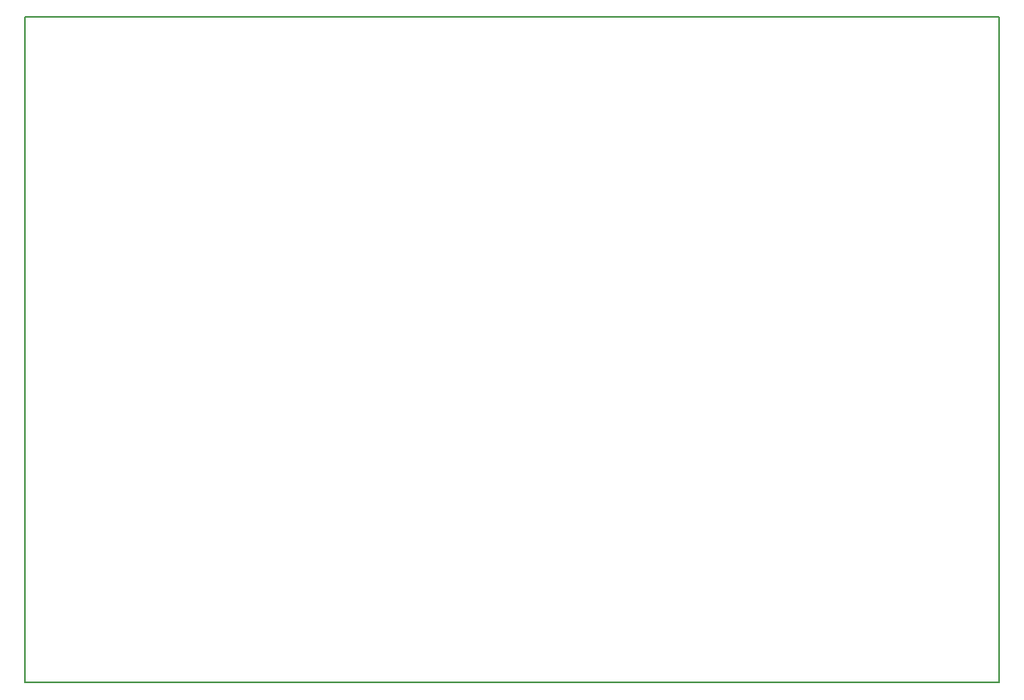
<source format=gbr>
G04 #@! TF.GenerationSoftware,KiCad,Pcbnew,5.0.1-33cea8e~68~ubuntu16.04.1*
G04 #@! TF.CreationDate,2018-11-08T21:42:09-02:00*
G04 #@! TF.ProjectId,Placa do elevador 2 - macho,506C61636120646F20656C657661646F,rev?*
G04 #@! TF.SameCoordinates,Original*
G04 #@! TF.FileFunction,Paste,Top*
G04 #@! TF.FilePolarity,Positive*
%FSLAX46Y46*%
G04 Gerber Fmt 4.6, Leading zero omitted, Abs format (unit mm)*
G04 Created by KiCad (PCBNEW 5.0.1-33cea8e~68~ubuntu16.04.1) date Qui 08 Nov 2018 21:42:09 -02*
%MOMM*%
%LPD*%
G01*
G04 APERTURE LIST*
%ADD10C,0.150000*%
G04 APERTURE END LIST*
D10*
X100330000Y-106934000D02*
X202946000Y-106934000D01*
X100330000Y-36830000D02*
X100330000Y-106934000D01*
X202946000Y-94742000D02*
X202946000Y-106934000D01*
X202946000Y-36830000D02*
X202946000Y-94742000D01*
X100330000Y-36830000D02*
X202946000Y-36830000D01*
M02*

</source>
